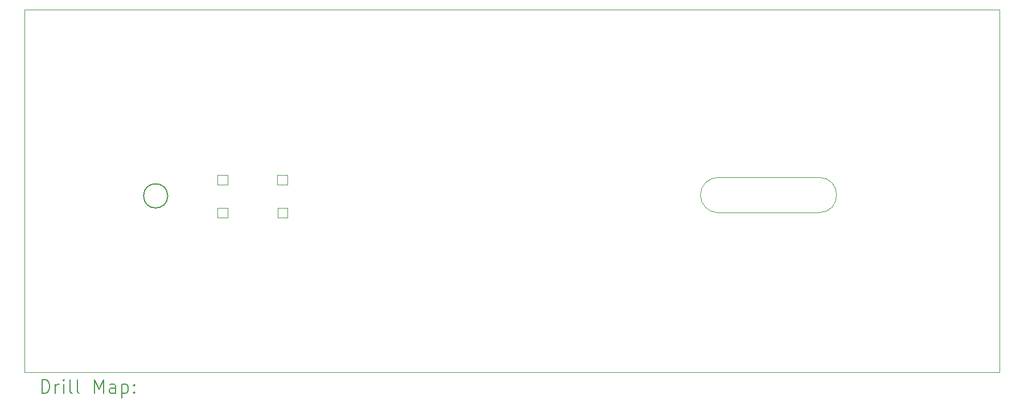
<source format=gbr>
%TF.GenerationSoftware,KiCad,Pcbnew,8.0.1*%
%TF.CreationDate,2025-07-26T13:45:29+02:00*%
%TF.ProjectId,SVX_Node_Case_front,5356585f-4e6f-4646-955f-436173655f66,rev?*%
%TF.SameCoordinates,Original*%
%TF.FileFunction,Drillmap*%
%TF.FilePolarity,Positive*%
%FSLAX45Y45*%
G04 Gerber Fmt 4.5, Leading zero omitted, Abs format (unit mm)*
G04 Created by KiCad (PCBNEW 8.0.1) date 2025-07-26 13:45:29*
%MOMM*%
%LPD*%
G01*
G04 APERTURE LIST*
%ADD10C,0.050000*%
%ADD11C,0.200000*%
G04 APERTURE END LIST*
D10*
X10322000Y-9357000D02*
X10472000Y-9357000D01*
X10472000Y-9497000D01*
X10322000Y-9497000D01*
X10322000Y-9357000D01*
X11212000Y-8866000D02*
X11362000Y-8866000D01*
X11362000Y-9006000D01*
X11212000Y-9006000D01*
X11212000Y-8866000D01*
X11213000Y-9357000D02*
X11363000Y-9357000D01*
X11363000Y-9497000D01*
X11213000Y-9497000D01*
X11213000Y-9357000D01*
X17765903Y-8900000D02*
X19265903Y-8900000D01*
D11*
X9580000Y-9175000D02*
G75*
G02*
X9220000Y-9175000I-180000J0D01*
G01*
X9220000Y-9175000D02*
G75*
G02*
X9580000Y-9175000I180000J0D01*
G01*
D10*
X19265903Y-8900000D02*
G75*
G02*
X19265903Y-9425000I-3J-262500D01*
G01*
X7450000Y-6400000D02*
X21950000Y-6400000D01*
X21950000Y-11800000D01*
X7450000Y-11800000D01*
X7450000Y-6400000D01*
X10321000Y-8866000D02*
X10471000Y-8866000D01*
X10471000Y-9006000D01*
X10321000Y-9006000D01*
X10321000Y-8866000D01*
X17765903Y-9425000D02*
G75*
G02*
X17765903Y-8900000I-3J262500D01*
G01*
X17765903Y-9425000D02*
X19265903Y-9425000D01*
D11*
X7708277Y-12113984D02*
X7708277Y-11913984D01*
X7708277Y-11913984D02*
X7755896Y-11913984D01*
X7755896Y-11913984D02*
X7784467Y-11923508D01*
X7784467Y-11923508D02*
X7803515Y-11942555D01*
X7803515Y-11942555D02*
X7813039Y-11961603D01*
X7813039Y-11961603D02*
X7822562Y-11999698D01*
X7822562Y-11999698D02*
X7822562Y-12028269D01*
X7822562Y-12028269D02*
X7813039Y-12066365D01*
X7813039Y-12066365D02*
X7803515Y-12085412D01*
X7803515Y-12085412D02*
X7784467Y-12104460D01*
X7784467Y-12104460D02*
X7755896Y-12113984D01*
X7755896Y-12113984D02*
X7708277Y-12113984D01*
X7908277Y-12113984D02*
X7908277Y-11980650D01*
X7908277Y-12018746D02*
X7917801Y-11999698D01*
X7917801Y-11999698D02*
X7927324Y-11990174D01*
X7927324Y-11990174D02*
X7946372Y-11980650D01*
X7946372Y-11980650D02*
X7965420Y-11980650D01*
X8032086Y-12113984D02*
X8032086Y-11980650D01*
X8032086Y-11913984D02*
X8022562Y-11923508D01*
X8022562Y-11923508D02*
X8032086Y-11933031D01*
X8032086Y-11933031D02*
X8041610Y-11923508D01*
X8041610Y-11923508D02*
X8032086Y-11913984D01*
X8032086Y-11913984D02*
X8032086Y-11933031D01*
X8155896Y-12113984D02*
X8136848Y-12104460D01*
X8136848Y-12104460D02*
X8127324Y-12085412D01*
X8127324Y-12085412D02*
X8127324Y-11913984D01*
X8260658Y-12113984D02*
X8241610Y-12104460D01*
X8241610Y-12104460D02*
X8232086Y-12085412D01*
X8232086Y-12085412D02*
X8232086Y-11913984D01*
X8489229Y-12113984D02*
X8489229Y-11913984D01*
X8489229Y-11913984D02*
X8555896Y-12056841D01*
X8555896Y-12056841D02*
X8622563Y-11913984D01*
X8622563Y-11913984D02*
X8622563Y-12113984D01*
X8803515Y-12113984D02*
X8803515Y-12009222D01*
X8803515Y-12009222D02*
X8793991Y-11990174D01*
X8793991Y-11990174D02*
X8774944Y-11980650D01*
X8774944Y-11980650D02*
X8736848Y-11980650D01*
X8736848Y-11980650D02*
X8717801Y-11990174D01*
X8803515Y-12104460D02*
X8784467Y-12113984D01*
X8784467Y-12113984D02*
X8736848Y-12113984D01*
X8736848Y-12113984D02*
X8717801Y-12104460D01*
X8717801Y-12104460D02*
X8708277Y-12085412D01*
X8708277Y-12085412D02*
X8708277Y-12066365D01*
X8708277Y-12066365D02*
X8717801Y-12047317D01*
X8717801Y-12047317D02*
X8736848Y-12037793D01*
X8736848Y-12037793D02*
X8784467Y-12037793D01*
X8784467Y-12037793D02*
X8803515Y-12028269D01*
X8898753Y-11980650D02*
X8898753Y-12180650D01*
X8898753Y-11990174D02*
X8917801Y-11980650D01*
X8917801Y-11980650D02*
X8955896Y-11980650D01*
X8955896Y-11980650D02*
X8974944Y-11990174D01*
X8974944Y-11990174D02*
X8984467Y-11999698D01*
X8984467Y-11999698D02*
X8993991Y-12018746D01*
X8993991Y-12018746D02*
X8993991Y-12075888D01*
X8993991Y-12075888D02*
X8984467Y-12094936D01*
X8984467Y-12094936D02*
X8974944Y-12104460D01*
X8974944Y-12104460D02*
X8955896Y-12113984D01*
X8955896Y-12113984D02*
X8917801Y-12113984D01*
X8917801Y-12113984D02*
X8898753Y-12104460D01*
X9079705Y-12094936D02*
X9089229Y-12104460D01*
X9089229Y-12104460D02*
X9079705Y-12113984D01*
X9079705Y-12113984D02*
X9070182Y-12104460D01*
X9070182Y-12104460D02*
X9079705Y-12094936D01*
X9079705Y-12094936D02*
X9079705Y-12113984D01*
X9079705Y-11990174D02*
X9089229Y-11999698D01*
X9089229Y-11999698D02*
X9079705Y-12009222D01*
X9079705Y-12009222D02*
X9070182Y-11999698D01*
X9070182Y-11999698D02*
X9079705Y-11990174D01*
X9079705Y-11990174D02*
X9079705Y-12009222D01*
M02*

</source>
